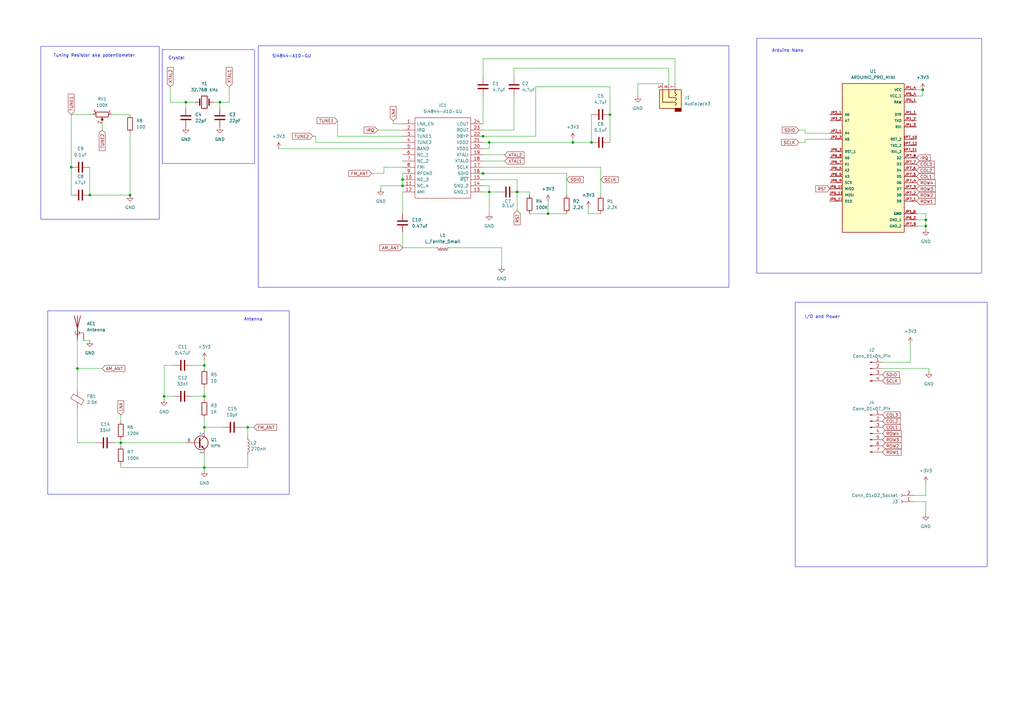
<source format=kicad_sch>
(kicad_sch (version 20250114) (generator "eeschema") (generator_version "9.0")
  (paper "A3")
  (lib_symbols
    (symbol "ARDUINO_PRO_MINI:ARDUINO_PRO_MINI" (pin_names (offset 1.016))
      (property "Reference" "U" (at -12.7 31.75 0))
      (property "Value" "ARDUINO_PRO_MINI" (at -12.7 -33.02 0))
      (symbol "ARDUINO_PRO_MINI_0_0"
        (rectangle (start -12.7 -30.48) (end 12.7 30.48) (stroke (width 0.254)) (fill (type background)))
        (pin input line (at -17.78 17.78 0) (length 5.08) (name "A6") (number "JP3_1"))
        (pin input line (at -17.78 15.24 0) (length 5.08) (name "A7") (number "JP3_2"))
        (pin bidirectional line (at -17.78 10.16 0) (length 5.08) (name "A4") (number "JP2_1"))
        (pin bidirectional line (at -17.78 7.62 0) (length 5.08) (name "A5") (number "JP2_2"))
        (pin input line (at -17.78 2.54 0) (length 5.08) (name "RST_1") (number "JP6_3"))
        (pin bidirectional line (at -17.78 0 0) (length 5.08) (name "A0") (number "JP6_8"))
        (pin bidirectional line (at -17.78 -2.54 0) (length 5.08) (name "A1") (number "JP6_7"))
        (pin bidirectional line (at -17.78 -5.08 0) (length 5.08) (name "A2") (number "JP6_6"))
        (pin bidirectional line (at -17.78 -7.62 0) (length 5.08) (name "A3") (number "JP6_5"))
        (pin bidirectional line (at -17.78 -10.16 0) (length 5.08) (name "SCK") (number "JP6_9"))
        (pin bidirectional line (at -17.78 -12.7 0) (length 5.08) (name "MISO") (number "JP6_10"))
        (pin bidirectional line (at -17.78 -15.24 0) (length 5.08) (name "MOSI") (number "JP6_11"))
        (pin bidirectional line (at -17.78 -17.78 0) (length 5.08) (name "D10") (number "JP6_12"))
        (pin power_in line (at 17.78 27.94 180) (length 5.08) (name "VCC") (number "JP1_4"))
        (pin power_in line (at 17.78 25.4 180) (length 5.08) (name "VCC_1") (number "JP6_4"))
        (pin power_in line (at 17.78 22.86 180) (length 5.08) (name "RAW") (number "JP6_1"))
        (pin input line (at 17.78 17.78 180) (length 5.08) (name "DTR") (number "JP1_1"))
        (pin bidirectional line (at 17.78 15.24 180) (length 5.08) (name "TXO") (number "JP1_2"))
        (pin bidirectional line (at 17.78 12.7 180) (length 5.08) (name "RXI") (number "JP1_3"))
        (pin input line (at 17.78 7.62 180) (length 5.08) (name "RST_2") (number "JP7_10"))
        (pin bidirectional line (at 17.78 5.08 180) (length 5.08) (name "TXO_2") (number "JP7_12"))
        (pin bidirectional line (at 17.78 2.54 180) (length 5.08) (name "RXI_2") (number "JP7_11"))
        (pin bidirectional line (at 17.78 0 180) (length 5.08) (name "D2") (number "JP7_8"))
        (pin bidirectional line (at 17.78 -2.54 180) (length 5.08) (name "D3") (number "JP7_7"))
        (pin bidirectional line (at 17.78 -5.08 180) (length 5.08) (name "D4") (number "JP7_6"))
        (pin bidirectional line (at 17.78 -7.62 180) (length 5.08) (name "D5") (number "JP7_5"))
        (pin bidirectional line (at 17.78 -10.16 180) (length 5.08) (name "D6") (number "JP7_4"))
        (pin bidirectional line (at 17.78 -12.7 180) (length 5.08) (name "D7") (number "JP7_3"))
        (pin bidirectional line (at 17.78 -15.24 180) (length 5.08) (name "D8") (number "JP7_2"))
        (pin bidirectional line (at 17.78 -17.78 180) (length 5.08) (name "D9") (number "JP7_1"))
        (pin power_in line (at 17.78 -22.86 180) (length 5.08) (name "GND") (number "JP1_5"))
        (pin power_in line (at 17.78 -22.86 180) (length 5.08) (name "GND") (number "JP1_6"))
        (pin power_in line (at 17.78 -25.4 180) (length 5.08) (name "GND_1") (number "JP6_2"))
        (pin power_in line (at 17.78 -27.94 180) (length 5.08) (name "GND_2") (number "JP7_9"))
      )
    )
    (symbol "Connector:Conn_01x02_Socket" (pin_names (offset 1.016) (hide yes))
      (property "Reference" "J" (at 0 2.54 0))
      (property "Value" "Conn_01x02_Socket" (at 0 -5.08 0))
      (symbol "Conn_01x02_Socket_1_1"
        (polyline (pts (xy -1.27 0) (xy -0.508 0)) (stroke (width 0.1524)))
        (polyline (pts (xy -1.27 -2.54) (xy -0.508 -2.54)) (stroke (width 0.1524)))
        (arc (start 0 -0.508) (mid -0.5058 0) (end 0 0.508) (stroke (width 0.1524)))
        (arc (start 0 -3.048) (mid -0.5058 -2.54) (end 0 -2.032) (stroke (width 0.1524)))
        (pin passive line (at -5.08 0 0) (length 3.81) (name "Pin_1") (number "1"))
        (pin passive line (at -5.08 -2.54 0) (length 3.81) (name "Pin_2") (number "2"))
      )
    )
    (symbol "Connector:Conn_01x04_Pin" (pin_names (offset 1.016) (hide yes))
      (property "Reference" "J" (at 0 5.08 0))
      (property "Value" "Conn_01x04_Pin" (at 0 -7.62 0))
      (symbol "Conn_01x04_Pin_1_1"
        (rectangle (start 0.8636 2.667) (end 0 2.413) (stroke (width 0.1524)) (fill (type outline)))
        (rectangle (start 0.8636 0.127) (end 0 -0.127) (stroke (width 0.1524)) (fill (type outline)))
        (rectangle (start 0.8636 -2.413) (end 0 -2.667) (stroke (width 0.1524)) (fill (type outline)))
        (rectangle (start 0.8636 -4.953) (end 0 -5.207) (stroke (width 0.1524)) (fill (type outline)))
        (polyline (pts (xy 1.27 2.54) (xy 0.8636 2.54)) (stroke (width 0.1524)))
        (polyline (pts (xy 1.27 0) (xy 0.8636 0)) (stroke (width 0.1524)))
        (polyline (pts (xy 1.27 -2.54) (xy 0.8636 -2.54)) (stroke (width 0.1524)))
        (polyline (pts (xy 1.27 -5.08) (xy 0.8636 -5.08)) (stroke (width 0.1524)))
        (pin passive line (at 5.08 2.54 180) (length 3.81) (name "Pin_1") (number "1"))
        (pin passive line (at 5.08 0 180) (length 3.81) (name "Pin_2") (number "2"))
        (pin passive line (at 5.08 -2.54 180) (length 3.81) (name "Pin_3") (number "3"))
        (pin passive line (at 5.08 -5.08 180) (length 3.81) (name "Pin_4") (number "4"))
      )
    )
    (symbol "Connector:Conn_01x07_Pin" (pin_names (offset 1.016) (hide yes))
      (property "Reference" "J" (at 0 10.16 0))
      (property "Value" "Conn_01x07_Pin" (at 0 -10.16 0))
      (symbol "Conn_01x07_Pin_1_1"
        (rectangle (start 0.8636 7.747) (end 0 7.493) (stroke (width 0.1524)) (fill (type outline)))
        (rectangle (start 0.8636 5.207) (end 0 4.953) (stroke (width 0.1524)) (fill (type outline)))
        (rectangle (start 0.8636 2.667) (end 0 2.413) (stroke (width 0.1524)) (fill (type outline)))
        (rectangle (start 0.8636 0.127) (end 0 -0.127) (stroke (width 0.1524)) (fill (type outline)))
        (rectangle (start 0.8636 -2.413) (end 0 -2.667) (stroke (width 0.1524)) (fill (type outline)))
        (rectangle (start 0.8636 -4.953) (end 0 -5.207) (stroke (width 0.1524)) (fill (type outline)))
        (rectangle (start 0.8636 -7.493) (end 0 -7.747) (stroke (width 0.1524)) (fill (type outline)))
        (polyline (pts (xy 1.27 7.62) (xy 0.8636 7.62)) (stroke (width 0.1524)))
        (polyline (pts (xy 1.27 5.08) (xy 0.8636 5.08)) (stroke (width 0.1524)))
        (polyline (pts (xy 1.27 2.54) (xy 0.8636 2.54)) (stroke (width 0.1524)))
        (polyline (pts (xy 1.27 0) (xy 0.8636 0)) (stroke (width 0.1524)))
        (polyline (pts (xy 1.27 -2.54) (xy 0.8636 -2.54)) (stroke (width 0.1524)))
        (polyline (pts (xy 1.27 -5.08) (xy 0.8636 -5.08)) (stroke (width 0.1524)))
        (polyline (pts (xy 1.27 -7.62) (xy 0.8636 -7.62)) (stroke (width 0.1524)))
        (pin passive line (at 5.08 7.62 180) (length 3.81) (name "Pin_1") (number "1"))
        (pin passive line (at 5.08 5.08 180) (length 3.81) (name "Pin_2") (number "2"))
        (pin passive line (at 5.08 2.54 180) (length 3.81) (name "Pin_3") (number "3"))
        (pin passive line (at 5.08 0 180) (length 3.81) (name "Pin_4") (number "4"))
        (pin passive line (at 5.08 -2.54 180) (length 3.81) (name "Pin_5") (number "5"))
        (pin passive line (at 5.08 -5.08 180) (length 3.81) (name "Pin_6") (number "6"))
        (pin passive line (at 5.08 -7.62 180) (length 3.81) (name "Pin_7") (number "7"))
      )
    )
    (symbol "Connector_Audio:AudioJack3"
      (property "Reference" "J" (at 0 8.89 0))
      (property "Value" "AudioJack3" (at 0 6.35 0))
      (symbol "AudioJack3_0_1"
        (rectangle (start -5.08 -5.08) (end -6.35 -2.54) (stroke (width 0.254)) (fill (type outline)))
        (polyline (pts (xy -1.905 -2.54) (xy -1.27 -3.175) (xy -0.635 -2.54) (xy -0.635 0) (xy 2.54 0)) (stroke (width 0.254)))
        (polyline (pts (xy 0 -2.54) (xy 0.635 -3.175) (xy 1.27 -2.54) (xy 2.54 -2.54)) (stroke (width 0.254)))
        (rectangle (start 2.54 3.81) (end -5.08 -5.08) (stroke (width 0.254)) (fill (type background)))
        (polyline (pts (xy 2.54 2.54) (xy -2.54 2.54) (xy -2.54 -2.54) (xy -3.175 -3.175) (xy -3.81 -2.54)) (stroke (width 0.254)))
      )
      (symbol "AudioJack3_1_1"
        (pin passive line (at 5.08 2.54 180) (length 2.54) (name "~") (number "S"))
        (pin passive line (at 5.08 0 180) (length 2.54) (name "~") (number "R"))
        (pin passive line (at 5.08 -2.54 180) (length 2.54) (name "~") (number "T"))
      )
    )
    (symbol "Device:Antenna_Shield" (pin_numbers (hide yes)) (pin_names (offset 1.016) (hide yes))
      (property "Reference" "AE" (at -1.905 4.445 0))
      (property "Value" "Antenna_Shield" (at -1.905 2.54 0))
      (symbol "Antenna_Shield_0_1"
        (arc (start 0 -2.667) (mid -0.8485 -2.1032) (end -0.508 -1.143))
        (polyline (pts (xy 0 5.08) (xy 0 -3.81)) (stroke (width 0.254)))
        (polyline (pts (xy 0 -2.54) (xy 0 0)))
        (arc (start 0.508 -1.143) (mid 0.8046 -2.0885) (end 0 -2.667))
        (polyline (pts (xy 0.762 -1.905) (xy 2.54 -1.905)))
        (circle (center 0.762 -1.905) (radius 0.1778) (fill (type outline)))
        (polyline (pts (xy 1.27 5.08) (xy 0 0) (xy -1.27 5.08)) (stroke (width 0.254)))
        (polyline (pts (xy 2.54 -2.54) (xy 2.54 -1.905)))
      )
      (symbol "Antenna_Shield_1_1"
        (pin input line (at 0 -5.08 90) (length 2.54) (name "A") (number "1"))
        (pin input line (at 2.54 -5.08 90) (length 2.54) (name "Shield") (number "2"))
      )
    )
    (symbol "Device:C" (pin_numbers (hide yes)) (pin_names (offset 0.254))
      (property "Reference" "C" (at 0.635 2.54 0))
      (property "Value" "C" (at 0.635 -2.54 0))
      (symbol "C_0_1"
        (polyline (pts (xy -2.032 0.762) (xy 2.032 0.762)) (stroke (width 0.508)))
        (polyline (pts (xy -2.032 -0.762) (xy 2.032 -0.762)) (stroke (width 0.508)))
      )
      (symbol "C_1_1"
        (pin passive line (at 0 3.81 270) (length 2.794) (name "~") (number "1"))
        (pin passive line (at 0 -3.81 90) (length 2.794) (name "~") (number "2"))
      )
    )
    (symbol "Device:Crystal" (pin_numbers (hide yes)) (pin_names (offset 1.016) (hide yes))
      (property "Reference" "Y" (at 0 3.81 0))
      (property "Value" "Crystal" (at 0 -3.81 0))
      (symbol "Crystal_0_1"
        (polyline (pts (xy -2.54 0) (xy -1.905 0)))
        (polyline (pts (xy -1.905 -1.27) (xy -1.905 1.27)) (stroke (width 0.508)))
        (rectangle (start -1.143 2.54) (end 1.143 -2.54) (stroke (width 0.3048)))
        (polyline (pts (xy 1.905 -1.27) (xy 1.905 1.27)) (stroke (width 0.508)))
        (polyline (pts (xy 2.54 0) (xy 1.905 0)))
      )
      (symbol "Crystal_1_1"
        (pin passive line (at -3.81 0 0) (length 1.27) (name "1") (number "1"))
        (pin passive line (at 3.81 0 180) (length 1.27) (name "2") (number "2"))
      )
    )
    (symbol "Device:FerriteBead" (pin_numbers (hide yes)) (pin_names (offset 0))
      (property "Reference" "FB" (at -3.81 0.635 90))
      (property "Value" "FerriteBead" (at 3.81 0 90))
      (symbol "FerriteBead_0_1"
        (polyline (pts (xy -2.7686 0.4064) (xy -1.7018 2.2606) (xy 2.7686 -0.3048) (xy 1.6764 -2.159) (xy -2.7686 0.4064)))
        (polyline (pts (xy 0 1.27) (xy 0 1.2954)))
        (polyline (pts (xy 0 -1.27) (xy 0 -1.2192)))
      )
      (symbol "FerriteBead_1_1"
        (pin passive line (at 0 3.81 270) (length 2.54) (name "~") (number "1"))
        (pin passive line (at 0 -3.81 90) (length 2.54) (name "~") (number "2"))
      )
    )
    (symbol "Device:L" (pin_numbers (hide yes)) (pin_names (offset 1.016) (hide yes))
      (property "Reference" "L" (at -1.27 0 90))
      (property "Value" "L" (at 1.905 0 90))
      (symbol "L_0_1"
        (arc (start 0 2.54) (mid 0.6323 1.905) (end 0 1.27))
        (arc (start 0 1.27) (mid 0.6323 0.635) (end 0 0))
        (arc (start 0 0) (mid 0.6323 -0.635) (end 0 -1.27))
        (arc (start 0 -1.27) (mid 0.6323 -1.905) (end 0 -2.54))
      )
      (symbol "L_1_1"
        (pin passive line (at 0 3.81 270) (length 1.27) (name "1") (number "1"))
        (pin passive line (at 0 -3.81 90) (length 1.27) (name "2") (number "2"))
      )
    )
    (symbol "Device:L_Ferrite_Small" (pin_numbers (hide yes)) (pin_names (offset 0.254) (hide yes))
      (property "Reference" "L" (at 1.27 1.016 0))
      (property "Value" "L_Ferrite_Small" (at 1.27 -1.27 0))
      (symbol "L_Ferrite_Small_0_1"
        (arc (start 0 2.032) (mid 0.5058 1.524) (end 0 1.016))
        (arc (start 0 1.016) (mid 0.5058 0.508) (end 0 0))
        (arc (start 0 0) (mid 0.5058 -0.508) (end 0 -1.016))
        (arc (start 0 -1.016) (mid 0.5058 -1.524) (end 0 -2.032))
        (polyline (pts (xy 0.762 1.651) (xy 0.762 1.905)))
        (polyline (pts (xy 0.762 1.143) (xy 0.762 1.397)))
        (polyline (pts (xy 0.762 0.635) (xy 0.762 0.889)))
        (polyline (pts (xy 0.762 0.127) (xy 0.762 0.381)))
        (polyline (pts (xy 0.762 -0.381) (xy 0.762 -0.127)))
        (polyline (pts (xy 0.762 -0.889) (xy 0.762 -0.635)))
        (polyline (pts (xy 0.762 -1.397) (xy 0.762 -1.143)))
        (polyline (pts (xy 0.762 -1.905) (xy 0.762 -1.651)))
        (polyline (pts (xy 1.016 1.905) (xy 1.016 1.651)))
        (polyline (pts (xy 1.016 1.397) (xy 1.016 1.143)))
        (polyline (pts (xy 1.016 0.889) (xy 1.016 0.635)))
        (polyline (pts (xy 1.016 0.381) (xy 1.016 0.127)))
        (polyline (pts (xy 1.016 -0.127) (xy 1.016 -0.381)))
        (polyline (pts (xy 1.016 -0.635) (xy 1.016 -0.889)))
        (polyline (pts (xy 1.016 -1.143) (xy 1.016 -1.397)))
        (polyline (pts (xy 1.016 -1.651) (xy 1.016 -1.905)))
      )
      (symbol "L_Ferrite_Small_1_1"
        (pin passive line (at 0 2.54 270) (length 0.508) (name "~") (number "1"))
        (pin passive line (at 0 -2.54 90) (length 0.508) (name "~") (number "2"))
      )
    )
    (symbol "Device:R" (pin_numbers (hide yes)) (pin_names (offset 0))
      (property "Reference" "R" (at 2.032 0 90))
      (property "Value" "R" (at 0 0 90))
      (symbol "R_0_1"
        (rectangle (start -1.016 -2.54) (end 1.016 2.54) (stroke (width 0.254)))
      )
      (symbol "R_1_1"
        (pin passive line (at 0 3.81 270) (length 1.27) (name "~") (number "1"))
        (pin passive line (at 0 -3.81 90) (length 1.27) (name "~") (number "2"))
      )
    )
    (symbol "Device:R_Potentiometer" (pin_names (offset 1.016) (hide yes))
      (property "Reference" "RV" (at -4.445 0 90))
      (property "Value" "R_Potentiometer" (at -2.54 0 90))
      (symbol "R_Potentiometer_0_1"
        (rectangle (start 1.016 2.54) (end -1.016 -2.54) (stroke (width 0.254)))
        (polyline (pts (xy 1.143 0) (xy 2.286 0.508) (xy 2.286 -0.508) (xy 1.143 0)) (fill (type outline)))
        (polyline (pts (xy 2.54 0) (xy 1.524 0)))
      )
      (symbol "R_Potentiometer_1_1"
        (pin passive line (at 0 3.81 270) (length 1.27) (name "1") (number "1"))
        (pin passive line (at 0 -3.81 90) (length 1.27) (name "3") (number "3"))
        (pin passive line (at 3.81 0 180) (length 1.27) (name "2") (number "2"))
      )
    )
    (symbol "SamacSys_Parts:SI4844-A10-GU" (pin_names (offset 0.762))
      (property "Reference" "IC" (at 29.21 7.62 0))
      (property "Value" "SI4844-A10-GU" (at 29.21 5.08 0))
      (symbol "SI4844-A10-GU_0_0"
        (pin passive line (at 0 0 0) (length 5.08) (name "LNA_EN") (number "1"))
        (pin passive line (at 0 -2.54 0) (length 5.08) (name "IRQ") (number "2"))
        (pin passive line (at 0 -5.08 0) (length 5.08) (name "TUNE1") (number "3"))
        (pin passive line (at 0 -7.62 0) (length 5.08) (name "TUNE2") (number "4"))
        (pin passive line (at 0 -10.16 0) (length 5.08) (name "BAND") (number "5"))
        (pin passive line (at 0 -12.7 0) (length 5.08) (name "NC_1") (number "6"))
        (pin passive line (at 0 -15.24 0) (length 5.08) (name "NC_2") (number "7"))
        (pin passive line (at 0 -17.78 0) (length 5.08) (name "FMI") (number "8"))
        (pin passive line (at 0 -20.32 0) (length 5.08) (name "RFGND") (number "9"))
        (pin passive line (at 0 -22.86 0) (length 5.08) (name "NC_3") (number "10"))
        (pin passive line (at 0 -25.4 0) (length 5.08) (name "NC_4") (number "11"))
        (pin passive line (at 0 -27.94 0) (length 5.08) (name "AMI") (number "12"))
        (pin passive line (at 33.02 0 180) (length 5.08) (name "LOUT") (number "24"))
        (pin passive line (at 33.02 -2.54 180) (length 5.08) (name "ROUT") (number "23"))
        (pin passive line (at 33.02 -5.08 180) (length 5.08) (name "DBYP") (number "22"))
        (pin passive line (at 33.02 -7.62 180) (length 5.08) (name "VDD2") (number "21"))
        (pin passive line (at 33.02 -10.16 180) (length 5.08) (name "VDD1") (number "20"))
        (pin passive line (at 33.02 -12.7 180) (length 5.08) (name "XTALI") (number "19"))
        (pin passive line (at 33.02 -15.24 180) (length 5.08) (name "XTALO") (number "18"))
        (pin passive line (at 33.02 -17.78 180) (length 5.08) (name "SCLK") (number "17"))
        (pin passive line (at 33.02 -20.32 180) (length 5.08) (name "SDIO") (number "16"))
        (pin passive line (at 33.02 -22.86 180) (length 5.08) (name "~{RST}") (number "15"))
        (pin passive line (at 33.02 -25.4 180) (length 5.08) (name "GND_2") (number "14"))
        (pin passive line (at 33.02 -27.94 180) (length 5.08) (name "GND_1") (number "13"))
      )
      (symbol "SI4844-A10-GU_0_1"
        (polyline (pts (xy 5.08 2.54) (xy 27.94 2.54) (xy 27.94 -30.48) (xy 5.08 -30.48) (xy 5.08 2.54)) (stroke (width 0.1524)))
      )
    )
    (symbol "Simulation_SPICE:NPN" (pin_numbers (hide yes)) (pin_names (offset 0))
      (property "Reference" "Q" (at -2.54 7.62 0))
      (property "Value" "NPN" (at -2.54 5.08 0))
      (symbol "NPN_0_1"
        (polyline (pts (xy -2.54 0) (xy 0.635 0)) (stroke (width 0.1524)))
        (polyline (pts (xy 0.635 1.905) (xy 0.635 -1.905) (xy 0.635 -1.905)) (stroke (width 0.508)))
        (polyline (pts (xy 0.635 0.635) (xy 2.54 2.54)))
        (polyline (pts (xy 0.635 -0.635) (xy 2.54 -2.54) (xy 2.54 -2.54)))
        (circle (center 1.27 0) (radius 2.8194) (stroke (width 0.254)))
        (polyline (pts (xy 1.27 -1.778) (xy 1.778 -1.27) (xy 2.286 -2.286) (xy 1.27 -1.778) (xy 1.27 -1.778)) (fill (type outline)))
        (polyline (pts (xy 2.794 -1.27) (xy 2.794 -1.27)) (stroke (width 0.1524)))
        (polyline (pts (xy 2.794 -1.27) (xy 2.794 -1.27)) (stroke (width 0.1524)))
      )
      (symbol "NPN_1_1"
        (pin input line (at -5.08 0 0) (length 2.54) (name "B") (number "2"))
        (pin open_collector line (at 2.54 5.08 270) (length 2.54) (name "C") (number "1"))
        (pin open_emitter line (at 2.54 -5.08 90) (length 2.54) (name "E") (number "3"))
      )
    )
    (symbol "power:+3V3" (power) (pin_numbers (hide yes)) (pin_names (offset 0) (hide yes))
      (property "Value" "+3V3" (at 0 3.556 0))
      (symbol "+3V3_0_1"
        (polyline (pts (xy -0.762 1.27) (xy 0 2.54)))
        (polyline (pts (xy 0 2.54) (xy 0.762 1.27)))
        (polyline (pts (xy 0 0) (xy 0 2.54)))
      )
      (symbol "+3V3_1_1"
        (pin power_in line (at 0 0 90) (length 0) (name "~") (number "1"))
      )
    )
    (symbol "power:GND" (power) (pin_numbers (hide yes)) (pin_names (offset 0) (hide yes))
      (property "Value" "GND" (at 0 -3.81 0))
      (symbol "GND_0_1"
        (polyline (pts (xy 0 0) (xy 0 -1.27) (xy 1.27 -1.27) (xy 0 -2.54) (xy -1.27 -1.27) (xy 0 -1.27)))
      )
      (symbol "GND_1_1"
        (pin power_in line (at 0 0 270) (length 0) (name "~") (number "1"))
      )
    )
  )
  (rectangle (start 105.918 18.796) (end 298.958 117.856))
  (rectangle (start 326.136 123.952) (end 404.876 232.41))
  (rectangle (start 16.764 19.05) (end 65.278 89.916))
  (rectangle (start 310.388 15.748) (end 402.59 112.014))
  (rectangle (start 19.558 127.508) (end 118.618 202.692))
  (rectangle (start 66.548 20.32) (end 104.394 67.056))
  (text "Antenna" (at 103.886 131.064 0) (effects (font (size 1.27 1.27))))
  (text "SI4844-A10-GU" (at 119.634 23.114 0) (effects (font (size 1.27 1.27))))
  (text "Arduino Nano" (at 323.088 20.828 0) (effects (font (size 1.27 1.27))))
  (text "Tuning Resistor aka potentiometer" (at 38.608 22.86 0) (effects (font (size 1.27 1.27))))
  (text "I/O and Power" (at 337.312 130.048 0) (effects (font (size 1.27 1.27))))
  (text "Crystal" (at 72.39 23.876 0) (effects (font (size 1.27 1.27))))
  (junction (at 379.73 92.71))
  (junction (at 234.95 58.42))
  (junction (at 242.57 58.42))
  (junction (at 67.31 162.56))
  (junction (at 200.66 58.42))
  (junction (at 83.82 149.86))
  (junction (at 165.1 76.2))
  (junction (at 29.21 68.58))
  (junction (at 198.12 71.12))
  (junction (at 36.83 80.01))
  (junction (at 212.09 78.74))
  (junction (at 378.46 36.83))
  (junction (at 200.66 78.74))
  (junction (at 224.79 87.63))
  (junction (at 90.17 41.91))
  (junction (at 379.73 90.17))
  (junction (at 250.19 46.99))
  (junction (at 83.82 191.77))
  (junction (at 83.82 175.26))
  (junction (at 76.2 41.91))
  (junction (at 165.1 73.66))
  (junction (at 49.53 181.61))
  (junction (at 31.75 151.13))
  (junction (at 53.34 80.01))
  (junction (at 198.12 55.88))
  (junction (at 101.6 175.26))
  (junction (at 83.82 162.56))
  (wire (pts (xy 165.1 78.74) (xy 165.1 87.63)))
  (wire (pts (xy 234.95 58.42) (xy 242.57 58.42)))
  (wire (pts (xy 49.53 191.77) (xy 49.53 190.5)))
  (wire (pts (xy 224.79 82.55) (xy 224.79 87.63)))
  (wire (pts (xy 101.6 179.07) (xy 101.6 175.26)))
  (wire (pts (xy 83.82 193.04) (xy 83.82 191.77)))
  (wire (pts (xy 198.12 31.75) (xy 198.12 24.13)))
  (wire (pts (xy 246.38 68.58) (xy 246.38 80.01)))
  (wire (pts (xy 83.82 186.69) (xy 83.82 191.77)))
  (wire (pts (xy 200.66 78.74) (xy 198.12 78.74)))
  (wire (pts (xy 36.83 68.58) (xy 36.83 80.01)))
  (wire (pts (xy 219.71 35.56) (xy 219.71 55.88)))
  (wire (pts (xy 330.2 54.61) (xy 340.36 54.61)))
  (wire (pts (xy 241.3 85.09) (xy 241.3 87.63)))
  (wire (pts (xy 87.63 41.91) (xy 90.17 41.91)))
  (wire (pts (xy 78.74 149.86) (xy 83.82 149.86)))
  (wire (pts (xy 76.2 41.91) (xy 76.2 44.45)))
  (wire (pts (xy 45.72 46.99) (xy 53.34 46.99)))
  (wire (pts (xy 69.85 41.91) (xy 76.2 41.91)))
  (wire (pts (xy 217.17 87.63) (xy 224.79 87.63)))
  (wire (pts (xy 327.66 53.34) (xy 330.2 53.34)))
  (wire (pts (xy 67.31 163.83) (xy 67.31 162.56)))
  (wire (pts (xy 165.1 71.12) (xy 165.1 73.66)))
  (wire (pts (xy 114.3 60.96) (xy 165.1 60.96)))
  (wire (pts (xy 379.73 90.17) (xy 379.73 92.71)))
  (wire (pts (xy 128.27 55.88) (xy 129.54 55.88)))
  (wire (pts (xy 210.82 39.37) (xy 210.82 53.34)))
  (wire (pts (xy 232.41 71.12) (xy 232.41 80.01)))
  (wire (pts (xy 83.82 163.83) (xy 83.82 162.56)))
  (wire (pts (xy 101.6 175.26) (xy 104.14 175.26)))
  (wire (pts (xy 154.94 53.34) (xy 165.1 53.34)))
  (wire (pts (xy 53.34 54.61) (xy 53.34 80.01)))
  (wire (pts (xy 67.31 149.86) (xy 67.31 162.56)))
  (wire (pts (xy 379.73 87.63) (xy 375.92 87.63)))
  (wire (pts (xy 161.29 49.53) (xy 161.29 50.8)))
  (wire (pts (xy 379.73 203.2) (xy 374.65 203.2)))
  (wire (pts (xy 69.85 35.56) (xy 69.85 41.91)))
  (wire (pts (xy 93.98 41.91) (xy 90.17 41.91)))
  (wire (pts (xy 31.75 181.61) (xy 39.37 181.61)))
  (wire (pts (xy 274.32 34.29) (xy 274.32 27.94)))
  (wire (pts (xy 261.62 39.37) (xy 261.62 34.29)))
  (wire (pts (xy 165.1 68.58) (xy 157.48 68.58)))
  (wire (pts (xy 250.19 46.99) (xy 250.19 58.42)))
  (wire (pts (xy 138.43 55.88) (xy 165.1 55.88)))
  (wire (pts (xy 78.74 162.56) (xy 83.82 162.56)))
  (wire (pts (xy 195.58 71.12) (xy 198.12 71.12)))
  (wire (pts (xy 378.46 39.37) (xy 378.46 36.83)))
  (wire (pts (xy 31.75 151.13) (xy 31.75 160.02)))
  (wire (pts (xy 212.09 78.74) (xy 217.17 78.74)))
  (wire (pts (xy 381 151.13) (xy 361.95 151.13)))
  (wire (pts (xy 381 152.4) (xy 381 151.13)))
  (wire (pts (xy 101.6 191.77) (xy 83.82 191.77)))
  (wire (pts (xy 379.73 92.71) (xy 375.92 92.71)))
  (wire (pts (xy 198.12 68.58) (xy 246.38 68.58)))
  (wire (pts (xy 198.12 24.13) (xy 276.86 24.13)))
  (wire (pts (xy 29.21 46.99) (xy 38.1 46.99)))
  (wire (pts (xy 129.54 55.88) (xy 129.54 58.42)))
  (wire (pts (xy 198.12 66.04) (xy 207.01 66.04)))
  (wire (pts (xy 210.82 53.34) (xy 198.12 53.34)))
  (wire (pts (xy 276.86 24.13) (xy 276.86 34.29)))
  (wire (pts (xy 157.48 68.58) (xy 157.48 71.12)))
  (wire (pts (xy 200.66 76.2) (xy 200.66 78.74)))
  (wire (pts (xy 156.21 76.2) (xy 165.1 76.2)))
  (wire (pts (xy 83.82 175.26) (xy 83.82 176.53)))
  (wire (pts (xy 83.82 191.77) (xy 49.53 191.77)))
  (wire (pts (xy 373.38 148.59) (xy 361.95 148.59)))
  (wire (pts (xy 379.73 210.82) (xy 379.73 205.74)))
  (wire (pts (xy 93.98 35.56) (xy 93.98 41.91)))
  (wire (pts (xy 49.53 180.34) (xy 49.53 181.61)))
  (wire (pts (xy 156.21 77.47) (xy 156.21 76.2)))
  (wire (pts (xy 212.09 73.66) (xy 212.09 78.74)))
  (wire (pts (xy 373.38 140.97) (xy 373.38 148.59)))
  (wire (pts (xy 67.31 162.56) (xy 71.12 162.56)))
  (wire (pts (xy 217.17 78.74) (xy 217.17 80.01)))
  (wire (pts (xy 165.1 101.6) (xy 179.07 101.6)))
  (wire (pts (xy 49.53 181.61) (xy 76.2 181.61)))
  (wire (pts (xy 198.12 60.96) (xy 200.66 60.96)))
  (wire (pts (xy 200.66 58.42) (xy 198.12 58.42)))
  (wire (pts (xy 200.66 78.74) (xy 204.47 78.74)))
  (wire (pts (xy 234.95 57.15) (xy 234.95 58.42)))
  (wire (pts (xy 31.75 167.64) (xy 31.75 181.61)))
  (wire (pts (xy 198.12 39.37) (xy 198.12 50.8)))
  (wire (pts (xy 379.73 198.12) (xy 379.73 203.2)))
  (wire (pts (xy 198.12 63.5) (xy 207.01 63.5)))
  (wire (pts (xy 379.73 205.74) (xy 374.65 205.74)))
  (wire (pts (xy 29.21 68.58) (xy 29.21 80.01)))
  (wire (pts (xy 165.1 73.66) (xy 165.1 76.2)))
  (wire (pts (xy 250.19 35.56) (xy 250.19 46.99)))
  (wire (pts (xy 49.53 170.18) (xy 49.53 172.72)))
  (wire (pts (xy 200.66 78.74) (xy 200.66 87.63)))
  (wire (pts (xy 198.12 73.66) (xy 212.09 73.66)))
  (wire (pts (xy 83.82 162.56) (xy 83.82 158.75)))
  (wire (pts (xy 138.43 49.53) (xy 138.43 55.88)))
  (wire (pts (xy 71.12 149.86) (xy 67.31 149.86)))
  (wire (pts (xy 378.46 36.83) (xy 375.92 36.83)))
  (wire (pts (xy 31.75 139.7) (xy 31.75 151.13)))
  (wire (pts (xy 90.17 41.91) (xy 90.17 44.45)))
  (wire (pts (xy 212.09 78.74) (xy 212.09 86.36)))
  (wire (pts (xy 198.12 71.12) (xy 232.41 71.12)))
  (wire (pts (xy 379.73 92.71) (xy 379.73 93.98)))
  (wire (pts (xy 327.66 58.42) (xy 330.2 58.42)))
  (wire (pts (xy 200.66 58.42) (xy 234.95 58.42)))
  (wire (pts (xy 330.2 57.15) (xy 340.36 57.15)))
  (wire (pts (xy 83.82 147.32) (xy 83.82 149.86)))
  (wire (pts (xy 99.06 175.26) (xy 101.6 175.26)))
  (wire (pts (xy 101.6 186.69) (xy 101.6 191.77)))
  (wire (pts (xy 41.91 53.34) (xy 41.91 50.8)))
  (wire (pts (xy 379.73 87.63) (xy 379.73 90.17)))
  (wire (pts (xy 242.57 46.99) (xy 242.57 58.42)))
  (wire (pts (xy 205.74 101.6) (xy 205.74 109.22)))
  (wire (pts (xy 36.83 139.7) (xy 34.29 139.7)))
  (wire (pts (xy 196.85 55.88) (xy 198.12 55.88)))
  (wire (pts (xy 241.3 87.63) (xy 246.38 87.63)))
  (wire (pts (xy 165.1 95.25) (xy 165.1 101.6)))
  (wire (pts (xy 261.62 34.29) (xy 271.78 34.29)))
  (wire (pts (xy 161.29 50.8) (xy 165.1 50.8)))
  (wire (pts (xy 83.82 175.26) (xy 91.44 175.26)))
  (wire (pts (xy 46.99 181.61) (xy 49.53 181.61)))
  (wire (pts (xy 274.32 27.94) (xy 210.82 27.94)))
  (wire (pts (xy 83.82 171.45) (xy 83.82 175.26)))
  (wire (pts (xy 157.48 71.12) (xy 152.4 71.12)))
  (wire (pts (xy 200.66 60.96) (xy 200.66 58.42)))
  (wire (pts (xy 224.79 87.63) (xy 232.41 87.63)))
  (wire (pts (xy 330.2 58.42) (xy 330.2 57.15)))
  (wire (pts (xy 198.12 55.88) (xy 219.71 55.88)))
  (wire (pts (xy 184.15 101.6) (xy 205.74 101.6)))
  (wire (pts (xy 83.82 151.13) (xy 83.82 149.86)))
  (wire (pts (xy 375.92 39.37) (xy 378.46 39.37)))
  (wire (pts (xy 198.12 76.2) (xy 200.66 76.2)))
  (wire (pts (xy 29.21 46.99) (xy 29.21 68.58)))
  (wire (pts (xy 80.01 41.91) (xy 76.2 41.91)))
  (wire (pts (xy 129.54 58.42) (xy 165.1 58.42)))
  (wire (pts (xy 41.91 151.13) (xy 31.75 151.13)))
  (wire (pts (xy 210.82 27.94) (xy 210.82 31.75)))
  (wire (pts (xy 330.2 53.34) (xy 330.2 54.61)))
  (wire (pts (xy 379.73 90.17) (xy 375.92 90.17)))
  (wire (pts (xy 49.53 182.88) (xy 49.53 181.61)))
  (wire (pts (xy 219.71 35.56) (xy 250.19 35.56)))
  (wire (pts (xy 53.34 80.01) (xy 36.83 80.01)))
  (global_label "SDIO" (shape input) (at 232.41 73.66 0) (property "Intersheetrefs" "${INTERSHEET_REFS}" (effects (hide yes))))
  (global_label "SCLK" (shape input) (at 361.95 156.21 0) (property "Intersheetrefs" "${INTERSHEET_REFS}" (effects (hide yes))))
  (global_label "COL2" (shape input) (at 361.95 172.72 0) (property "Intersheetrefs" "${INTERSHEET_REFS}" (effects (hide yes))))
  (global_label "AM_ANT" (shape input) (at 165.1 101.6 180) (property "Intersheetrefs" "${INTERSHEET_REFS}" (effects (hide yes))))
  (global_label "ROW2" (shape input) (at 375.92 80.01 0) (property "Intersheetrefs" "${INTERSHEET_REFS}" (effects (hide yes))))
  (global_label "COL1" (shape input) (at 361.95 175.26 0) (property "Intersheetrefs" "${INTERSHEET_REFS}" (effects (hide yes))))
  (global_label "AM_ANT" (shape input) (at 41.91 151.13 0) (property "Intersheetrefs" "${INTERSHEET_REFS}" (effects (hide yes))))
  (global_label "ROW1" (shape input) (at 375.92 82.55 0) (property "Intersheetrefs" "${INTERSHEET_REFS}" (effects (hide yes))))
  (global_label "ROW1" (shape input) (at 361.95 185.42 0) (property "Intersheetrefs" "${INTERSHEET_REFS}" (effects (hide yes))))
  (global_label "COL3" (shape input) (at 361.95 170.18 0) (property "Intersheetrefs" "${INTERSHEET_REFS}" (effects (hide yes))))
  (global_label "ROW2" (shape input) (at 361.95 182.88 0) (property "Intersheetrefs" "${INTERSHEET_REFS}" (effects (hide yes))))
  (global_label "FM_ANT" (shape input) (at 104.14 175.26 0) (property "Intersheetrefs" "${INTERSHEET_REFS}" (effects (hide yes))))
  (global_label "TUNE1" (shape input) (at 138.43 49.53 180) (property "Intersheetrefs" "${INTERSHEET_REFS}" (effects (hide yes))))
  (global_label "RST" (shape input) (at 212.09 86.36 270) (property "Intersheetrefs" "${INTERSHEET_REFS}" (effects (hide yes))))
  (global_label "FM_ANT" (shape input) (at 152.4 71.12 180) (property "Intersheetrefs" "${INTERSHEET_REFS}" (effects (hide yes))))
  (global_label "TUNE2" (shape input) (at 41.91 53.34 270) (property "Intersheetrefs" "${INTERSHEET_REFS}" (effects (hide yes))))
  (global_label "COL2" (shape input) (at 375.92 69.85 0) (property "Intersheetrefs" "${INTERSHEET_REFS}" (effects (hide yes))))
  (global_label "XTAL2" (shape input) (at 207.01 63.5 0) (property "Intersheetrefs" "${INTERSHEET_REFS}" (effects (hide yes))))
  (global_label "SDIO" (shape input) (at 361.95 153.67 0) (property "Intersheetrefs" "${INTERSHEET_REFS}" (effects (hide yes))))
  (global_label "IRQ" (shape input) (at 375.92 64.77 0) (property "Intersheetrefs" "${INTERSHEET_REFS}" (effects (hide yes))))
  (global_label "ROW4" (shape input) (at 375.92 74.93 0) (property "Intersheetrefs" "${INTERSHEET_REFS}" (effects (hide yes))))
  (global_label "COL3" (shape input) (at 375.92 67.31 0) (property "Intersheetrefs" "${INTERSHEET_REFS}" (effects (hide yes))))
  (global_label "ROW3" (shape input) (at 375.92 77.47 0) (property "Intersheetrefs" "${INTERSHEET_REFS}" (effects (hide yes))))
  (global_label "SDIO" (shape input) (at 327.66 53.34 180) (property "Intersheetrefs" "${INTERSHEET_REFS}" (effects (hide yes))))
  (global_label "TUNE1" (shape input) (at 29.21 46.99 90) (property "Intersheetrefs" "${INTERSHEET_REFS}" (effects (hide yes))))
  (global_label "XTAL1" (shape input) (at 207.01 66.04 0) (property "Intersheetrefs" "${INTERSHEET_REFS}" (effects (hide yes))))
  (global_label "ROW4" (shape input) (at 361.95 177.8 0) (property "Intersheetrefs" "${INTERSHEET_REFS}" (effects (hide yes))))
  (global_label "SCLK" (shape input) (at 327.66 58.42 180) (property "Intersheetrefs" "${INTERSHEET_REFS}" (effects (hide yes))))
  (global_label "TUNE2" (shape input) (at 128.27 55.88 180) (property "Intersheetrefs" "${INTERSHEET_REFS}" (effects (hide yes))))
  (global_label "LNA" (shape input) (at 161.29 49.53 90) (property "Intersheetrefs" "${INTERSHEET_REFS}" (effects (hide yes))))
  (global_label "XTAL2" (shape input) (at 69.85 35.56 90) (property "Intersheetrefs" "${INTERSHEET_REFS}" (effects (hide yes))))
  (global_label "IRQ" (shape input) (at 154.94 53.34 180) (property "Intersheetrefs" "${INTERSHEET_REFS}" (effects (hide yes))))
  (global_label "COL1" (shape input) (at 375.92 72.39 0) (property "Intersheetrefs" "${INTERSHEET_REFS}" (effects (hide yes))))
  (global_label "SCLK" (shape input) (at 246.38 73.66 0) (property "Intersheetrefs" "${INTERSHEET_REFS}" (effects (hide yes))))
  (global_label "LNA" (shape input) (at 49.53 170.18 90) (property "Intersheetrefs" "${INTERSHEET_REFS}" (effects (hide yes))))
  (global_label "RST" (shape input) (at 340.36 77.47 180) (property "Intersheetrefs" "${INTERSHEET_REFS}" (effects (hide yes))))
  (global_label "ROW3" (shape input) (at 361.95 180.34 0) (property "Intersheetrefs" "${INTERSHEET_REFS}" (effects (hide yes))))
  (global_label "XTAL1" (shape input) (at 93.98 35.56 90) (property "Intersheetrefs" "${INTERSHEET_REFS}" (effects (hide yes))))
  (symbol (lib_id "power:GND") (at 381 152.4 0) (unit 1)
    (property "Reference" "#PWR019" (effects (hide yes)))
    (property "Value" "GND" (at 381 157.48 0))
    (property "Description" "Power symbol creates a global label with name \"GND\" , ground" (effects (hide yes)))
  )
  (symbol (lib_id "Device:R") (at 49.53 176.53 0) (unit 1)
    (property "Reference" "R6" (at 52.07 175.2599 0) (effects (justify left)))
    (property "Value" "120K" (at 52.07 177.7999 0) (effects (justify left)))
    (property "Footprint" "Resistor_SMD:R_0603_1608Metric_Pad0.98x0.95mm_HandSolder" (effects (hide yes)))
    (property "Description" "Resistor" (effects (hide yes)))
  )
  (symbol (lib_id "power:+3V3") (at 378.46 36.83 0) (unit 1)
    (property "Reference" "#PWR05" (effects (hide yes)))
    (property "Value" "+3V3" (at 378.46 31.75 0))
    (property "Description" "Power symbol creates a global label with name \"+3V3\"" (effects (hide yes)))
  )
  (symbol (lib_id "power:GND") (at 200.66 87.63 0) (unit 1)
    (property "Reference" "#PWR03" (effects (hide yes)))
    (property "Value" "GND" (at 200.66 92.71 0))
    (property "Description" "Power symbol creates a global label with name \"GND\" , ground" (effects (hide yes)))
  )
  (symbol (lib_id "power:GND") (at 205.74 109.22 0) (unit 1)
    (property "Reference" "#PWR02" (effects (hide yes)))
    (property "Value" "GND" (at 205.74 114.3 0))
    (property "Description" "Power symbol creates a global label with name \"GND\" , ground" (effects (hide yes)))
  )
  (symbol (lib_id "power:+3V3") (at 241.3 85.09 0) (unit 1)
    (property "Reference" "#PWR07" (effects (hide yes)))
    (property "Value" "+3V3" (at 241.3 80.01 0))
    (property "Description" "Power symbol creates a global label with name \"+3V3\"" (effects (hide yes)))
  )
  (symbol (lib_id "Device:C") (at 246.38 46.99 90) (unit 1)
    (property "Reference" "C5" (at 246.38 39.37 90))
    (property "Value" "4.7uF" (at 246.38 41.91 90))
    (property "Footprint" "Capacitor_SMD:C_0603_1608Metric_Pad1.08x0.95mm_HandSolder" (effects (hide yes)))
    (property "Description" "Unpolarized capacitor" (effects (hide yes)))
  )
  (symbol (lib_id "Device:R") (at 53.34 50.8 180) (unit 1)
    (property "Reference" "R8" (at 55.88 49.5299 0) (effects (justify right)))
    (property "Value" "100" (at 55.88 52.0699 0) (effects (justify right)))
    (property "Footprint" "Resistor_SMD:R_0603_1608Metric_Pad0.98x0.95mm_HandSolder" (effects (hide yes)))
    (property "Description" "Resistor" (effects (hide yes)))
  )
  (symbol (lib_id "Device:C") (at 198.12 35.56 180) (unit 1)
    (property "Reference" "C1" (at 201.93 34.2899 0) (effects (justify right)))
    (property "Value" "4.7uF" (at 201.93 36.8299 0) (effects (justify right)))
    (property "Footprint" "Capacitor_SMD:C_0603_1608Metric_Pad1.08x0.95mm_HandSolder" (effects (hide yes)))
    (property "Description" "Unpolarized capacitor" (effects (hide yes)))
  )
  (symbol (lib_id "Device:R") (at 83.82 154.94 0) (unit 1)
    (property "Reference" "R5" (at 86.36 153.6699 0) (effects (justify left)))
    (property "Value" "10" (at 86.36 156.2099 0) (effects (justify left)))
    (property "Footprint" "Resistor_SMD:R_0603_1608Metric_Pad0.98x0.95mm_HandSolder" (effects (hide yes)))
    (property "Description" "Resistor" (effects (hide yes)))
  )
  (symbol (lib_id "Device:R") (at 49.53 186.69 0) (unit 1)
    (property "Reference" "R7" (at 52.07 185.4199 0) (effects (justify left)))
    (property "Value" "100K" (at 52.07 187.9599 0) (effects (justify left)))
    (property "Footprint" "Resistor_SMD:R_0603_1608Metric_Pad0.98x0.95mm_HandSolder" (effects (hide yes)))
    (property "Description" "Resistor" (effects (hide yes)))
  )
  (symbol (lib_id "power:GND") (at 156.21 77.47 0) (unit 1)
    (property "Reference" "#PWR012" (effects (hide yes)))
    (property "Value" "GND" (at 156.21 82.55 0))
    (property "Description" "Power symbol creates a global label with name \"GND\" , ground" (effects (hide yes)))
  )
  (symbol (lib_id "Device:R") (at 83.82 167.64 0) (unit 1)
    (property "Reference" "R3" (at 86.36 166.3699 0) (effects (justify left)))
    (property "Value" "1K" (at 86.36 168.9099 0) (effects (justify left)))
    (property "Footprint" "Resistor_SMD:R_0603_1608Metric_Pad0.98x0.95mm_HandSolder" (effects (hide yes)))
    (property "Description" "Resistor" (effects (hide yes)))
  )
  (symbol (lib_id "Device:Crystal") (at 83.82 41.91 0) (unit 1)
    (property "Reference" "Y1" (at 83.82 34.29 0))
    (property "Value" "32.768 kHz" (at 83.82 36.83 0))
    (property "Footprint" "Crystal:Crystal_HC49-4H_Vertical" (effects (hide yes)))
    (property "Description" "Two pin crystal" (effects (hide yes)))
  )
  (symbol (lib_id "Simulation_SPICE:NPN") (at 81.28 181.61 0) (unit 1)
    (property "Reference" "Q1" (at 86.36 180.3399 0) (effects (justify left)))
    (property "Value" "NPN" (at 86.36 182.8799 0) (effects (justify left)))
    (property "Footprint" "RadioLib:SS9018" (effects (hide yes)))
    (property "Datasheet" "https://ngspice.sourceforge.io/docs/ngspice-html-manual/manual.xhtml#cha_BJTs" (effects (hide yes)))
    (property "Description" "Bipolar transistor symbol for simulation only, substrate tied to the emitter" (effects (hide yes)))
    (property "Sim.Device" "NPN" (effects (hide yes)))
    (property "Sim.Type" "GUMMELPOON" (effects (hide yes)))
    (property "Sim.Pins" "1=C 2=B 3=E" (effects (hide yes)))
  )
  (symbol (lib_id "Device:C") (at 74.93 149.86 270) (unit 1)
    (property "Reference" "C11" (at 74.93 142.24 90))
    (property "Value" "0.47uF" (at 74.93 144.78 90))
    (property "Footprint" "Capacitor_SMD:C_0603_1608Metric_Pad1.08x0.95mm_HandSolder" (effects (hide yes)))
    (property "Description" "Unpolarized capacitor" (effects (hide yes)))
  )
  (symbol (lib_id "Device:C") (at 74.93 162.56 270) (unit 1)
    (property "Reference" "C12" (at 74.93 154.94 90))
    (property "Value" "33nF" (at 74.93 157.48 90))
    (property "Footprint" "Capacitor_SMD:C_0603_1608Metric_Pad1.08x0.95mm_HandSolder" (effects (hide yes)))
    (property "Description" "Unpolarized capacitor" (effects (hide yes)))
  )
  (symbol (lib_id "Device:Antenna_Shield") (at 31.75 134.62 0) (unit 1)
    (property "Reference" "AE1" (at 35.56 132.7149 0) (effects (justify left)))
    (property "Value" "Antenna" (at 35.56 135.2549 0) (effects (justify left)))
    (property "Footprint" "Connector_Coaxial:SMA_Amphenol_901-143_Horizontal" (effects (hide yes)))
    (property "Description" "Antenna with extra pin for shielding" (effects (hide yes)))
  )
  (symbol (lib_id "power:GND") (at 261.62 39.37 0) (unit 1)
    (property "Reference" "#PWR016" (effects (hide yes)))
    (property "Value" "GND" (at 261.62 44.45 0))
    (property "Description" "Power symbol creates a global label with name \"GND\" , ground" (effects (hide yes)))
  )
  (symbol (lib_id "Device:C") (at 43.18 181.61 270) (unit 1)
    (property "Reference" "C14" (at 43.18 173.99 90))
    (property "Value" "33nF" (at 43.18 176.53 90))
    (property "Footprint" "Capacitor_SMD:C_0603_1608Metric_Pad1.08x0.95mm_HandSolder" (effects (hide yes)))
    (property "Description" "Unpolarized capacitor" (effects (hide yes)))
  )
  (symbol (lib_id "Connector_Audio:AudioJack3") (at 274.32 39.37 90) (unit 1)
    (property "Reference" "J1" (at 280.67 40.0049 90) (effects (justify right)))
    (property "Value" "AudioJack3" (at 280.67 42.5449 90) (effects (justify right)))
    (property "Footprint" "Connector_Audio:Jack_3.5mm_CUI_SJ1-3523N_Horizontal" (effects (hide yes)))
    (property "Description" "Audio Jack, 3 Poles (Stereo / TRS)" (effects (hide yes)))
  )
  (symbol (lib_id "power:+3V3") (at 114.3 60.96 0) (unit 1)
    (property "Reference" "#PWR011" (effects (hide yes)))
    (property "Value" "+3V3" (at 114.3 55.88 0))
    (property "Description" "Power symbol creates a global label with name \"+3V3\"" (effects (hide yes)))
  )
  (symbol (lib_id "power:GND") (at 67.31 163.83 0) (unit 1)
    (property "Reference" "#PWR014" (effects (hide yes)))
    (property "Value" "GND" (at 67.31 168.91 0))
    (property "Description" "Power symbol creates a global label with name \"GND\" , ground" (effects (hide yes)))
  )
  (symbol (lib_id "power:GND") (at 76.2 52.07 0) (unit 1)
    (property "Reference" "#PWR08" (effects (hide yes)))
    (property "Value" "GND" (at 76.2 57.15 0))
    (property "Description" "Power symbol creates a global label with name \"GND\" , ground" (effects (hide yes)))
  )
  (symbol (lib_id "Connector:Conn_01x04_Pin") (at 356.87 151.13 0) (unit 1)
    (property "Reference" "J2" (at 357.505 143.51 0))
    (property "Value" "Conn_01x04_Pin" (at 357.505 146.05 0))
    (property "Footprint" "DM-OLED096-636:MODULE_DM-OLED096-636" (effects (hide yes)))
    (property "Description" "Generic connector, single row, 01x04, script generated" (effects (hide yes)))
  )
  (symbol (lib_id "Device:C") (at 95.25 175.26 270) (unit 1)
    (property "Reference" "C15" (at 95.25 167.64 90))
    (property "Value" "10pF" (at 95.25 170.18 90))
    (property "Footprint" "Capacitor_SMD:C_0603_1608Metric_Pad1.08x0.95mm_HandSolder" (effects (hide yes)))
    (property "Description" "Unpolarized capacitor" (effects (hide yes)))
  )
  (symbol (lib_id "Device:R") (at 246.38 83.82 180) (unit 1)
    (property "Reference" "R1" (at 248.92 82.5499 0) (effects (justify right)))
    (property "Value" "2.2K" (at 248.92 85.0899 0) (effects (justify right)))
    (property "Footprint" "Resistor_SMD:R_0603_1608Metric_Pad0.98x0.95mm_HandSolder" (effects (hide yes)))
    (property "Description" "Resistor" (effects (hide yes)))
  )
  (symbol (lib_id "Connector:Conn_01x02_Socket") (at 369.57 205.74 180) (unit 1)
    (property "Reference" "J3" (at 368.3 205.7401 0) (effects (justify left)))
    (property "Value" "Conn_01x02_Socket" (at 368.3 203.2001 0) (effects (justify left)))
    (property "Footprint" "Connector_PinHeader_2.54mm:PinHeader_1x02_P2.54mm_Vertical" (effects (hide yes)))
    (property "Description" "Generic connector, single row, 01x02, script generated" (effects (hide yes)))
  )
  (symbol (lib_id "Device:C") (at 208.28 78.74 90) (unit 1)
    (property "Reference" "C7" (at 208.28 82.55 90))
    (property "Value" "0.1uF" (at 208.534 84.328 90))
    (property "Footprint" "Capacitor_SMD:C_0603_1608Metric_Pad1.08x0.95mm_HandSolder" (effects (hide yes)))
    (property "Description" "Unpolarized capacitor" (effects (hide yes)))
  )
  (symbol (lib_id "power:+3V3") (at 373.38 140.97 0) (unit 1)
    (property "Reference" "#PWR018" (effects (hide yes)))
    (property "Value" "+3V3" (at 373.38 135.89 0))
    (property "Description" "Power symbol creates a global label with name \"+3V3\"" (effects (hide yes)))
  )
  (symbol (lib_id "Device:C") (at 210.82 35.56 180) (unit 1)
    (property "Reference" "C2" (at 214.0625 34.2899 0) (effects (justify right)))
    (property "Value" "4.7uF" (at 214.0625 36.8299 0) (effects (justify right)))
    (property "Footprint" "Capacitor_SMD:C_0603_1608Metric_Pad1.08x0.95mm_HandSolder" (effects (hide yes)))
    (property "Description" "Unpolarized capacitor" (effects (hide yes)))
  )
  (symbol (lib_id "Device:C") (at 76.2 48.26 180) (unit 1)
    (property "Reference" "C4" (at 80.01 46.9899 0) (effects (justify right)))
    (property "Value" "22pF" (at 80.01 49.5299 0) (effects (justify right)))
    (property "Footprint" "Capacitor_SMD:C_0603_1608Metric_Pad1.08x0.95mm_HandSolder" (effects (hide yes)))
    (property "Description" "Unpolarized capacitor" (effects (hide yes)))
  )
  (symbol (lib_id "Device:C") (at 33.02 80.01 90) (unit 1)
    (property "Reference" "C8" (at 33.02 72.39 90))
    (property "Value" "47uF" (at 33.02 74.93 90))
    (property "Footprint" "Capacitor_SMD:C_0603_1608Metric_Pad1.08x0.95mm_HandSolder" (effects (hide yes)))
    (property "Description" "Unpolarized capacitor" (effects (hide yes)))
  )
  (symbol (lib_id "power:GND") (at 90.17 52.07 0) (unit 1)
    (property "Reference" "#PWR09" (effects (hide yes)))
    (property "Value" "GND" (at 90.17 57.15 0))
    (property "Description" "Power symbol creates a global label with name \"GND\" , ground" (effects (hide yes)))
  )
  (symbol (lib_id "Device:L") (at 101.6 182.88 0) (unit 1)
    (property "Reference" "L2" (at 102.87 181.6099 0) (effects (justify left)))
    (property "Value" "270nH" (at 102.87 184.1499 0) (effects (justify left)))
    (property "Footprint" "Inductor_SMD:L_0603_1608Metric_Pad1.05x0.95mm_HandSolder" (effects (hide yes)))
    (property "Description" "Inductor" (effects (hide yes)))
  )
  (symbol (lib_id "Device:R_Potentiometer") (at 41.91 46.99 270) (unit 1)
    (property "Reference" "RV1" (at 41.91 40.64 90))
    (property "Value" "100K" (at 41.91 43.18 90))
    (property "Footprint" "RadioLib:RK09L1120A2S" (effects (hide yes)))
    (property "Description" "Potentiometer" (effects (hide yes)))
  )
  (symbol (lib_id "Device:C") (at 33.02 68.58 90) (unit 1)
    (property "Reference" "C9" (at 33.02 60.96 90))
    (property "Value" "0.1uF" (at 33.02 63.5 90))
    (property "Footprint" "Capacitor_SMD:C_0603_1608Metric_Pad1.08x0.95mm_HandSolder" (effects (hide yes)))
    (property "Description" "Unpolarized capacitor" (effects (hide yes)))
  )
  (symbol (lib_id "Device:FerriteBead") (at 31.75 163.83 0) (unit 1)
    (property "Reference" "FB1" (at 35.56 162.5091 0) (effects (justify left)))
    (property "Value" "2.5K" (at 35.56 165.0491 0) (effects (justify left)))
    (property "Footprint" "Resistor_SMD:R_0805_2012Metric_Pad1.20x1.40mm_HandSolder" (effects (hide yes)))
    (property "Description" "Ferrite bead" (effects (hide yes)))
  )
  (symbol (lib_id "power:+3V3") (at 379.73 198.12 0) (unit 1)
    (property "Reference" "#PWR020" (effects (hide yes)))
    (property "Value" "+3V3" (at 379.73 193.04 0))
    (property "Description" "Power symbol creates a global label with name \"+3V3\"" (effects (hide yes)))
  )
  (symbol (lib_id "power:GND") (at 379.73 93.98 0) (unit 1)
    (property "Reference" "#PWR06" (effects (hide yes)))
    (property "Value" "GND" (at 379.73 99.06 0))
    (property "Description" "Power symbol creates a global label with name \"GND\" , ground" (effects (hide yes)))
  )
  (symbol (lib_id "power:GND") (at 36.83 139.7 0) (unit 1)
    (property "Reference" "#PWR017" (effects (hide yes)))
    (property "Value" "GND" (at 36.83 144.78 0))
    (property "Description" "Power symbol creates a global label with name \"GND\" , ground" (effects (hide yes)))
  )
  (symbol (lib_id "Device:L_Ferrite_Small") (at 181.61 101.6 270) (unit 1)
    (property "Reference" "L1" (at 181.61 96.52 90))
    (property "Value" "L_Ferrite_Small" (at 181.61 99.06 90))
    (property "Footprint" "Connector_PinHeader_2.54mm:PinHeader_1x02_P2.54mm_Horizontal" (effects (hide yes)))
    (property "Description" "Inductor with ferrite core, small symbol" (effects (hide yes)))
  )
  (symbol (lib_id "Device:C") (at 165.1 91.44 0) (unit 1)
    (property "Reference" "C10" (at 168.91 90.1699 0) (effects (justify left)))
    (property "Value" "0.47uF" (at 168.91 92.7099 0) (effects (justify left)))
    (property "Footprint" "Capacitor_SMD:C_0603_1608Metric_Pad1.08x0.95mm_HandSolder" (effects (hide yes)))
    (property "Description" "Unpolarized capacitor" (effects (hide yes)))
  )
  (symbol (lib_id "power:GND") (at 379.73 210.82 0) (unit 1)
    (property "Reference" "#PWR021" (effects (hide yes)))
    (property "Value" "GND" (at 379.73 215.9 0))
    (property "Description" "Power symbol creates a global label with name \"GND\" , ground" (effects (hide yes)))
  )
  (symbol (lib_id "power:GND") (at 83.82 193.04 0) (unit 1)
    (property "Reference" "#PWR01" (effects (hide yes)))
    (property "Value" "GND" (at 83.82 198.12 0))
    (property "Description" "Power symbol creates a global label with name \"GND\" , ground" (effects (hide yes)))
  )
  (symbol (lib_id "Device:R") (at 217.17 83.82 180) (unit 1)
    (property "Reference" "R4" (at 219.71 82.5499 0) (effects (justify right)))
    (property "Value" "100K" (at 219.71 85.0899 0) (effects (justify right)))
    (property "Footprint" "Resistor_SMD:R_0603_1608Metric_Pad0.98x0.95mm_HandSolder" (effects (hide yes)))
    (property "Description" "Resistor" (effects (hide yes)))
  )
  (symbol (lib_id "SamacSys_Parts:SI4844-A10-GU") (at 165.1 50.8 0) (unit 1)
    (property "Reference" "IC1" (at 181.61 43.18 0))
    (property "Value" "SI4844-A10-GU" (at 181.61 45.72 0))
    (property "Footprint" "RadioLib:SOP64P600X175-24N" (effects (hide yes)))
    (property "Datasheet" "https://eu.mouser.com/datasheet/2/472/Si4840_44_A10-2507570.pdf" (effects (hide yes)))
    (property "Description" "RF Receiver AM, FM 504kHz ~ 1.75MHz, 64MHz ~ 109MHz PCB, Surface Mount 24-SSOP" (effects (hide yes)))
    (property "Description_1" "RF Receiver AM, FM 504kHz ~{} 1.75MHz, 64MHz ~{} 109MHz PCB, Surface Mount 24-SSOP" (effects (hide yes)))
    (property "Height" "1.75" (effects (hide yes)))
    (property "Manufacturer_Name" "Skyworks" (effects (hide yes)))
    (property "Manufacturer_Part_Number" "SI4844-A10-GU" (effects (hide yes)))
  )
  (symbol (lib_id "ARDUINO_PRO_MINI:ARDUINO_PRO_MINI") (at 358.14 64.77 0) (unit 1)
    (property "Reference" "U1" (at 358.14 29.21 0))
    (property "Value" "ARDUINO_PRO_MINI" (at 358.14 31.75 0))
    (property "Footprint" "ARDUINO_PRO_MINI:MODULE_ARDUINO_PRO_MINI" (effects (hide yes)))
    (property "MF" "Arduino" (effects (hide yes)))
    (property "MAXIMUM_PACKAGE_HEIGHT" "N/A" (effects (hide yes)))
    (property "Package" "None" (effects (hide yes)))
    (property "Price" "None" (effects (hide yes)))
    (property "Check_prices" "https://www.snapeda.com/parts/Arduino%20Pro%20Mini/Arduino/view-part/?ref=eda" (effects (hide yes)))
    (property "STANDARD" "Manufacturer Recommendations" (effects (hide yes)))
    (property "PARTREV" "N/A" (effects (hide yes)))
    (property "SnapEDA_Link" "https://www.snapeda.com/parts/Arduino%20Pro%20Mini/Arduino/view-part/?ref=snap" (effects (hide yes)))
    (property "MP" "Arduino Pro Mini" (effects (hide yes)))
    (property "Description_1" "This board was developed for applications and installations where space is premium and projects are made as permanent set ups. Small, available in 3.3 V and 5 V versions, powered by ATmega328P." (effects (hide yes)))
    (property "Availability" "In Stock" (effects (hide yes)))
    (property "MANUFACTURER" "SparkFun Electronics" (effects (hide yes)))
  )
  (symbol (lib_id "Device:C") (at 246.38 58.42 90) (unit 1)
    (property "Reference" "C6" (at 246.38 50.8 90))
    (property "Value" "0.1uF" (at 246.38 53.34 90))
    (property "Footprint" "Capacitor_SMD:C_0603_1608Metric_Pad1.08x0.95mm_HandSolder" (effects (hide yes)))
    (property "Description" "Unpolarized capacitor" (effects (hide yes)))
  )
  (symbol (lib_id "power:+3V3") (at 224.79 82.55 0) (unit 1)
    (property "Reference" "#PWR04" (effects (hide yes)))
    (property "Value" "+3V3" (at 224.79 77.47 0))
    (property "Description" "Power symbol creates a global label with name \"+3V3\"" (effects (hide yes)))
  )
  (symbol (lib_id "Device:R") (at 232.41 83.82 180) (unit 1)
    (property "Reference" "R2" (at 234.95 82.5499 0) (effects (justify right)))
    (property "Value" "2.2K" (at 234.95 85.0899 0) (effects (justify right)))
    (property "Footprint" "Resistor_SMD:R_0603_1608Metric_Pad0.98x0.95mm_HandSolder" (effects (hide yes)))
    (property "Description" "Resistor" (effects (hide yes)))
  )
  (symbol (lib_id "power:+3V3") (at 234.95 57.15 0) (unit 1)
    (property "Reference" "#PWR010" (effects (hide yes)))
    (property "Value" "+3V3" (at 234.95 52.07 0))
    (property "Description" "Power symbol creates a global label with name \"+3V3\"" (effects (hide yes)))
  )
  (symbol (lib_id "power:GND") (at 53.34 80.01 0) (unit 1)
    (property "Reference" "#PWR013" (effects (hide yes)))
    (property "Value" "GND" (at 53.34 85.09 0))
    (property "Description" "Power symbol creates a global label with name \"GND\" , ground" (effects (hide yes)))
  )
  (symbol (lib_id "Device:C") (at 90.17 48.26 180) (unit 1)
    (property "Reference" "C3" (at 93.98 46.9899 0) (effects (justify right)))
    (property "Value" "22pF" (at 93.98 49.5299 0) (effects (justify right)))
    (property "Footprint" "Capacitor_SMD:C_0603_1608Metric_Pad1.08x0.95mm_HandSolder" (effects (hide yes)))
    (property "Description" "Unpolarized capacitor" (effects (hide yes)))
  )
  (symbol (lib_id "power:+3V3") (at 83.82 147.32 0) (unit 1)
    (property "Reference" "#PWR015" (effects (hide yes)))
    (property "Value" "+3V3" (at 83.82 142.24 0))
    (property "Description" "Power symbol creates a global label with name \"+3V3\"" (effects (hide yes)))
  )
  (symbol (lib_id "Connector:Conn_01x07_Pin") (at 356.87 177.8 0) (unit 1)
    (property "Reference" "J4" (at 357.505 165.1 0))
    (property "Value" "Conn_01x07_Pin" (at 357.505 167.64 0))
    (property "Footprint" "Connector_PinHeader_2.54mm:PinHeader_1x07_P2.54mm_Vertical" (effects (hide yes)))
    (property "Description" "Generic connector, single row, 01x07, script generated" (effects (hide yes)))
  )
)
</source>
